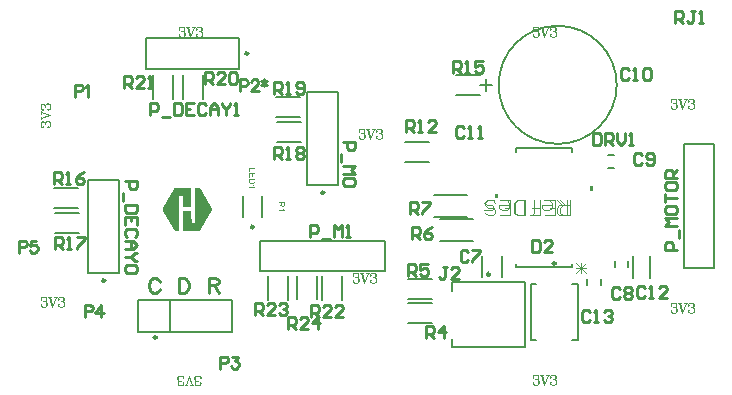
<source format=gbr>
G04*
G04 #@! TF.GenerationSoftware,Altium Limited,Altium Designer,25.8.1 (18)*
G04*
G04 Layer_Color=65535*
%FSLAX25Y25*%
%MOIN*%
G70*
G04*
G04 #@! TF.SameCoordinates,CA0B9550-AE98-4C71-85A6-844D78770B91*
G04*
G04*
G04 #@! TF.FilePolarity,Positive*
G04*
G01*
G75*
%ADD10C,0.00984*%
%ADD11C,0.00787*%
%ADD12C,0.00600*%
%ADD13C,0.01000*%
%ADD14C,0.00300*%
%ADD15C,0.00591*%
G36*
X75149Y5083D02*
X74149D01*
Y6583D01*
X75149D01*
Y5083D01*
D02*
G37*
G36*
X43349Y2524D02*
X42349D01*
Y4024D01*
X43349D01*
Y2524D01*
D02*
G37*
G36*
X-58777Y6080D02*
Y6020D01*
Y5960D01*
Y5900D01*
Y5840D01*
Y5780D01*
Y5720D01*
Y5660D01*
Y5600D01*
Y5540D01*
Y5480D01*
Y5420D01*
Y5360D01*
Y5300D01*
Y5240D01*
Y5180D01*
Y5120D01*
Y5060D01*
Y5000D01*
Y4940D01*
Y4880D01*
Y4820D01*
Y4760D01*
Y4700D01*
Y4640D01*
Y4580D01*
Y4520D01*
Y4460D01*
Y4400D01*
Y4340D01*
Y4280D01*
Y4220D01*
Y4160D01*
Y4100D01*
Y4040D01*
Y3980D01*
Y3920D01*
Y3860D01*
Y3800D01*
Y3740D01*
Y3680D01*
Y3620D01*
Y3560D01*
Y3500D01*
Y3440D01*
Y3380D01*
Y3320D01*
Y3260D01*
Y3200D01*
Y3140D01*
Y3080D01*
Y3020D01*
Y2960D01*
Y2900D01*
Y2840D01*
Y2780D01*
Y2720D01*
Y2660D01*
Y2600D01*
Y2540D01*
Y2480D01*
Y2420D01*
Y2360D01*
Y2300D01*
Y2240D01*
Y2180D01*
Y2120D01*
Y2060D01*
Y2000D01*
Y1940D01*
Y1880D01*
Y1820D01*
Y1760D01*
Y1700D01*
Y1640D01*
Y1580D01*
Y1520D01*
Y1460D01*
Y1400D01*
Y1340D01*
Y1280D01*
Y1220D01*
Y1160D01*
Y1100D01*
Y1040D01*
Y980D01*
Y920D01*
Y860D01*
Y800D01*
Y740D01*
Y680D01*
Y620D01*
Y560D01*
Y500D01*
Y440D01*
Y380D01*
Y320D01*
Y260D01*
Y200D01*
Y140D01*
Y80D01*
Y20D01*
Y-40D01*
Y-100D01*
Y-160D01*
Y-220D01*
Y-280D01*
Y-340D01*
Y-400D01*
X-61537D01*
Y-340D01*
X-61597D01*
Y-280D01*
Y-220D01*
Y-160D01*
Y-100D01*
Y-40D01*
Y20D01*
Y80D01*
Y140D01*
Y200D01*
Y260D01*
Y320D01*
Y380D01*
Y440D01*
Y500D01*
Y560D01*
Y620D01*
Y680D01*
Y740D01*
Y800D01*
Y860D01*
Y920D01*
Y980D01*
Y1040D01*
Y1100D01*
Y1160D01*
Y1220D01*
Y1280D01*
Y1340D01*
Y1400D01*
Y1460D01*
Y1520D01*
Y1580D01*
Y1640D01*
Y1700D01*
Y1760D01*
Y1820D01*
Y1880D01*
Y1940D01*
Y2000D01*
Y2060D01*
Y2120D01*
Y2180D01*
Y2240D01*
Y2300D01*
Y2360D01*
Y2420D01*
Y2480D01*
Y2540D01*
Y2600D01*
Y2660D01*
Y2720D01*
Y2780D01*
Y2840D01*
Y2900D01*
Y2960D01*
Y3020D01*
Y3080D01*
X-61657D01*
Y3140D01*
Y3200D01*
X-61717D01*
Y3260D01*
X-61777D01*
Y3320D01*
X-61837D01*
Y3380D01*
X-61957D01*
Y3440D01*
X-62197D01*
Y3500D01*
X-62257D01*
Y3440D01*
X-62497D01*
Y3380D01*
X-62617D01*
Y3320D01*
X-62677D01*
Y3260D01*
X-62737D01*
Y3200D01*
X-62797D01*
Y3140D01*
Y3080D01*
X-62857D01*
Y3020D01*
Y2960D01*
Y2900D01*
Y2840D01*
Y2780D01*
Y2720D01*
Y2660D01*
Y2600D01*
Y2540D01*
Y2480D01*
Y2420D01*
Y2360D01*
Y2300D01*
Y2240D01*
Y2180D01*
Y2120D01*
Y2060D01*
Y2000D01*
Y1940D01*
Y1880D01*
Y1820D01*
Y1760D01*
Y1700D01*
Y1640D01*
Y1580D01*
X-62917D01*
Y1520D01*
Y1460D01*
Y1400D01*
Y1340D01*
Y1280D01*
Y1220D01*
Y1160D01*
Y1100D01*
Y1040D01*
Y980D01*
Y920D01*
Y860D01*
Y800D01*
Y740D01*
Y680D01*
Y620D01*
Y560D01*
Y500D01*
Y440D01*
Y380D01*
Y320D01*
Y260D01*
Y200D01*
Y140D01*
Y80D01*
Y20D01*
Y-40D01*
Y-100D01*
Y-160D01*
Y-220D01*
Y-280D01*
Y-340D01*
Y-400D01*
Y-460D01*
Y-520D01*
Y-580D01*
Y-640D01*
Y-700D01*
Y-760D01*
Y-820D01*
Y-880D01*
Y-940D01*
Y-1000D01*
Y-1060D01*
Y-1120D01*
Y-1180D01*
Y-1240D01*
Y-1300D01*
Y-1360D01*
Y-1420D01*
Y-1480D01*
Y-1540D01*
Y-1600D01*
Y-1660D01*
Y-1720D01*
Y-1780D01*
Y-1840D01*
Y-1900D01*
Y-1960D01*
Y-2020D01*
Y-2080D01*
Y-2140D01*
X-62857D01*
Y-2200D01*
Y-2260D01*
Y-2320D01*
Y-2380D01*
Y-2440D01*
Y-2500D01*
Y-2560D01*
Y-2620D01*
Y-2680D01*
Y-2740D01*
Y-2800D01*
Y-2860D01*
Y-2920D01*
Y-2980D01*
Y-3040D01*
Y-3100D01*
Y-3160D01*
Y-3220D01*
Y-3280D01*
Y-3340D01*
Y-3400D01*
Y-3460D01*
Y-3520D01*
Y-3580D01*
Y-3640D01*
Y-3700D01*
Y-3760D01*
Y-3820D01*
Y-3880D01*
Y-3940D01*
Y-4000D01*
Y-4060D01*
Y-4120D01*
Y-4180D01*
Y-4240D01*
Y-4300D01*
Y-4360D01*
Y-4420D01*
Y-4480D01*
Y-4540D01*
Y-4600D01*
Y-4660D01*
Y-4720D01*
Y-4780D01*
Y-4840D01*
Y-4900D01*
Y-4960D01*
Y-5020D01*
Y-5080D01*
Y-5140D01*
Y-5200D01*
Y-5260D01*
Y-5320D01*
Y-5380D01*
Y-5440D01*
Y-5500D01*
Y-5560D01*
Y-5620D01*
Y-5680D01*
Y-5740D01*
Y-5800D01*
Y-5860D01*
Y-5920D01*
Y-5980D01*
Y-6040D01*
Y-6100D01*
Y-6160D01*
Y-6220D01*
Y-6280D01*
Y-6340D01*
Y-6400D01*
Y-6460D01*
Y-6520D01*
Y-6580D01*
Y-6640D01*
Y-6700D01*
Y-6760D01*
Y-6820D01*
Y-6880D01*
Y-6940D01*
Y-7000D01*
Y-7060D01*
Y-7120D01*
Y-7180D01*
Y-7240D01*
Y-7300D01*
Y-7360D01*
Y-7420D01*
Y-7480D01*
Y-7540D01*
Y-7600D01*
Y-7660D01*
Y-7720D01*
Y-7780D01*
Y-7840D01*
Y-7900D01*
Y-7960D01*
Y-8020D01*
Y-8080D01*
Y-8140D01*
Y-8200D01*
Y-8260D01*
Y-8320D01*
X-62917D01*
Y-8380D01*
X-63937D01*
Y-8320D01*
X-64177D01*
Y-8260D01*
X-64297D01*
Y-8200D01*
X-64357D01*
Y-8140D01*
X-64417D01*
Y-8080D01*
X-64537D01*
Y-8020D01*
Y-7960D01*
X-64597D01*
Y-7900D01*
X-64657D01*
Y-7840D01*
Y-7780D01*
X-64717D01*
Y-7720D01*
X-64777D01*
Y-7660D01*
Y-7600D01*
X-64837D01*
Y-7540D01*
Y-7480D01*
X-64897D01*
Y-7420D01*
Y-7360D01*
X-64957D01*
Y-7300D01*
X-65017D01*
Y-7240D01*
Y-7180D01*
X-65077D01*
Y-7120D01*
Y-7060D01*
X-65137D01*
Y-7000D01*
X-65197D01*
Y-6940D01*
Y-6880D01*
X-65257D01*
Y-6820D01*
Y-6760D01*
X-65317D01*
Y-6700D01*
Y-6640D01*
X-65377D01*
Y-6580D01*
X-65437D01*
Y-6520D01*
Y-6460D01*
X-65497D01*
Y-6400D01*
Y-6340D01*
X-65557D01*
Y-6280D01*
Y-6220D01*
X-65617D01*
Y-6160D01*
X-65677D01*
Y-6100D01*
Y-6040D01*
X-65737D01*
Y-5980D01*
Y-5920D01*
X-65797D01*
Y-5860D01*
Y-5800D01*
X-65857D01*
Y-5740D01*
X-65917D01*
Y-5680D01*
Y-5620D01*
X-65977D01*
Y-5560D01*
Y-5500D01*
X-66037D01*
Y-5440D01*
X-66097D01*
Y-5380D01*
Y-5320D01*
X-66157D01*
Y-5260D01*
Y-5200D01*
X-66217D01*
Y-5140D01*
Y-5080D01*
X-66277D01*
Y-5020D01*
X-66337D01*
Y-4960D01*
Y-4900D01*
X-66397D01*
Y-4840D01*
Y-4780D01*
X-66457D01*
Y-4720D01*
Y-4660D01*
X-66517D01*
Y-4600D01*
X-66577D01*
Y-4540D01*
Y-4480D01*
X-66637D01*
Y-4420D01*
Y-4360D01*
X-66697D01*
Y-4300D01*
Y-4240D01*
X-66757D01*
Y-4180D01*
X-66817D01*
Y-4120D01*
Y-4060D01*
X-66877D01*
Y-4000D01*
Y-3940D01*
X-66937D01*
Y-3880D01*
Y-3820D01*
X-66997D01*
Y-3760D01*
X-67057D01*
Y-3700D01*
Y-3640D01*
X-67117D01*
Y-3580D01*
Y-3520D01*
X-67177D01*
Y-3460D01*
Y-3400D01*
X-67237D01*
Y-3340D01*
X-67297D01*
Y-3280D01*
Y-3220D01*
X-67357D01*
Y-3160D01*
Y-3100D01*
X-67417D01*
Y-3040D01*
X-67477D01*
Y-2980D01*
Y-2920D01*
X-67537D01*
Y-2860D01*
Y-2800D01*
X-67597D01*
Y-2740D01*
Y-2680D01*
X-67657D01*
Y-2620D01*
X-67717D01*
Y-2560D01*
Y-2500D01*
X-67777D01*
Y-2440D01*
Y-2380D01*
X-67837D01*
Y-2320D01*
Y-2260D01*
X-67897D01*
Y-2200D01*
X-67957D01*
Y-2140D01*
Y-2080D01*
X-68017D01*
Y-2020D01*
Y-1960D01*
X-68077D01*
Y-1900D01*
Y-1840D01*
X-68137D01*
Y-1780D01*
X-68197D01*
Y-1720D01*
Y-1660D01*
X-68257D01*
Y-1600D01*
Y-1540D01*
X-68317D01*
Y-1480D01*
Y-1420D01*
X-68377D01*
Y-1360D01*
Y-1300D01*
Y-1240D01*
Y-1180D01*
Y-1120D01*
Y-1060D01*
Y-1000D01*
Y-940D01*
Y-880D01*
Y-820D01*
X-68317D01*
Y-760D01*
Y-700D01*
Y-640D01*
X-68257D01*
Y-580D01*
Y-520D01*
X-68197D01*
Y-460D01*
X-68137D01*
Y-400D01*
Y-340D01*
X-68077D01*
Y-280D01*
Y-220D01*
X-68017D01*
Y-160D01*
Y-100D01*
X-67957D01*
Y-40D01*
X-67897D01*
Y20D01*
Y80D01*
X-67837D01*
Y140D01*
Y200D01*
X-67777D01*
Y260D01*
X-67717D01*
Y320D01*
Y380D01*
X-67657D01*
Y440D01*
Y500D01*
X-67597D01*
Y560D01*
Y620D01*
X-67537D01*
Y680D01*
X-67477D01*
Y740D01*
Y800D01*
X-67417D01*
Y860D01*
Y920D01*
X-67357D01*
Y980D01*
Y1040D01*
X-67297D01*
Y1100D01*
X-67237D01*
Y1160D01*
Y1220D01*
X-67177D01*
Y1280D01*
X-67117D01*
Y1340D01*
Y1400D01*
X-67057D01*
Y1460D01*
Y1520D01*
X-66997D01*
Y1580D01*
Y1640D01*
X-66937D01*
Y1700D01*
X-66877D01*
Y1760D01*
Y1820D01*
X-66817D01*
Y1880D01*
Y1940D01*
X-66757D01*
Y2000D01*
Y2060D01*
X-66697D01*
Y2120D01*
X-66637D01*
Y2180D01*
Y2240D01*
X-66577D01*
Y2300D01*
Y2360D01*
X-66517D01*
Y2420D01*
Y2480D01*
X-66457D01*
Y2540D01*
X-66397D01*
Y2600D01*
Y2660D01*
X-66337D01*
Y2720D01*
Y2780D01*
X-66277D01*
Y2840D01*
X-66217D01*
Y2900D01*
Y2960D01*
X-66157D01*
Y3020D01*
Y3080D01*
X-66097D01*
Y3140D01*
Y3200D01*
X-66037D01*
Y3260D01*
X-65977D01*
Y3320D01*
Y3380D01*
X-65917D01*
Y3440D01*
Y3500D01*
X-65857D01*
Y3560D01*
Y3620D01*
X-65797D01*
Y3680D01*
X-65737D01*
Y3740D01*
Y3800D01*
X-65677D01*
Y3860D01*
Y3920D01*
X-65617D01*
Y3980D01*
Y4040D01*
X-65557D01*
Y4100D01*
X-65497D01*
Y4160D01*
Y4220D01*
X-65437D01*
Y4280D01*
Y4340D01*
X-65377D01*
Y4400D01*
X-65317D01*
Y4460D01*
Y4520D01*
X-65257D01*
Y4580D01*
Y4640D01*
X-65197D01*
Y4700D01*
Y4760D01*
X-65137D01*
Y4820D01*
X-65077D01*
Y4880D01*
Y4940D01*
X-65017D01*
Y5000D01*
Y5060D01*
X-64957D01*
Y5120D01*
Y5180D01*
X-64897D01*
Y5240D01*
X-64837D01*
Y5300D01*
Y5360D01*
X-64777D01*
Y5420D01*
Y5480D01*
X-64717D01*
Y5540D01*
Y5600D01*
X-64657D01*
Y5660D01*
X-64597D01*
Y5720D01*
Y5780D01*
X-64537D01*
Y5840D01*
X-64477D01*
Y5900D01*
X-64417D01*
Y5960D01*
X-64297D01*
Y6020D01*
X-64177D01*
Y6080D01*
X-64057D01*
Y6140D01*
X-58777D01*
Y6080D01*
D02*
G37*
G36*
X-56317D02*
X-56137D01*
Y6020D01*
X-56017D01*
Y5960D01*
X-55957D01*
Y5900D01*
X-55897D01*
Y5840D01*
X-55837D01*
Y5780D01*
X-55777D01*
Y5720D01*
X-55717D01*
Y5660D01*
X-55657D01*
Y5600D01*
Y5540D01*
X-55597D01*
Y5480D01*
Y5420D01*
X-55537D01*
Y5360D01*
Y5300D01*
X-55477D01*
Y5240D01*
X-55417D01*
Y5180D01*
Y5120D01*
X-55357D01*
Y5060D01*
Y5000D01*
X-55297D01*
Y4940D01*
X-55237D01*
Y4880D01*
Y4820D01*
X-55177D01*
Y4760D01*
Y4700D01*
X-55117D01*
Y4640D01*
Y4580D01*
X-55057D01*
Y4520D01*
X-54997D01*
Y4460D01*
Y4400D01*
X-54937D01*
Y4340D01*
Y4280D01*
X-54877D01*
Y4220D01*
Y4160D01*
X-54817D01*
Y4100D01*
X-54757D01*
Y4040D01*
Y3980D01*
X-54697D01*
Y3920D01*
Y3860D01*
X-54637D01*
Y3800D01*
Y3740D01*
X-54577D01*
Y3680D01*
X-54517D01*
Y3620D01*
Y3560D01*
X-54457D01*
Y3500D01*
Y3440D01*
X-54397D01*
Y3380D01*
X-54337D01*
Y3320D01*
Y3260D01*
X-54277D01*
Y3200D01*
Y3140D01*
X-54217D01*
Y3080D01*
Y3020D01*
X-54157D01*
Y2960D01*
X-54097D01*
Y2900D01*
Y2840D01*
X-54037D01*
Y2780D01*
Y2720D01*
X-53977D01*
Y2660D01*
Y2600D01*
X-53917D01*
Y2540D01*
X-53857D01*
Y2480D01*
Y2420D01*
X-53797D01*
Y2360D01*
Y2300D01*
X-53737D01*
Y2240D01*
Y2180D01*
X-53677D01*
Y2120D01*
X-53617D01*
Y2060D01*
Y2000D01*
X-53557D01*
Y1940D01*
Y1880D01*
X-53497D01*
Y1820D01*
X-53437D01*
Y1760D01*
Y1700D01*
X-53377D01*
Y1640D01*
Y1580D01*
X-53317D01*
Y1520D01*
Y1460D01*
X-53257D01*
Y1400D01*
X-53197D01*
Y1340D01*
Y1280D01*
X-53137D01*
Y1220D01*
Y1160D01*
X-53077D01*
Y1100D01*
Y1040D01*
X-53017D01*
Y980D01*
X-52957D01*
Y920D01*
Y860D01*
X-52897D01*
Y800D01*
Y740D01*
X-52837D01*
Y680D01*
Y620D01*
X-52777D01*
Y560D01*
X-52717D01*
Y500D01*
Y440D01*
X-52657D01*
Y380D01*
Y320D01*
X-52597D01*
Y260D01*
X-52537D01*
Y200D01*
Y140D01*
X-52477D01*
Y80D01*
Y20D01*
X-52417D01*
Y-40D01*
Y-100D01*
X-52357D01*
Y-160D01*
X-52297D01*
Y-220D01*
Y-280D01*
X-52237D01*
Y-340D01*
Y-400D01*
X-52177D01*
Y-460D01*
Y-520D01*
X-52117D01*
Y-580D01*
X-52057D01*
Y-640D01*
Y-700D01*
X-51997D01*
Y-760D01*
Y-820D01*
Y-880D01*
Y-940D01*
X-51937D01*
Y-1000D01*
Y-1060D01*
Y-1120D01*
Y-1180D01*
Y-1240D01*
X-51997D01*
Y-1300D01*
Y-1360D01*
Y-1420D01*
Y-1480D01*
X-52057D01*
Y-1540D01*
Y-1600D01*
X-52117D01*
Y-1660D01*
Y-1720D01*
X-52177D01*
Y-1780D01*
Y-1840D01*
X-52237D01*
Y-1900D01*
X-52297D01*
Y-1960D01*
Y-2020D01*
X-52357D01*
Y-2080D01*
Y-2140D01*
X-52417D01*
Y-2200D01*
X-52477D01*
Y-2260D01*
Y-2320D01*
X-52537D01*
Y-2380D01*
Y-2440D01*
X-52597D01*
Y-2500D01*
Y-2560D01*
X-52657D01*
Y-2620D01*
X-52717D01*
Y-2680D01*
Y-2740D01*
X-52777D01*
Y-2800D01*
Y-2860D01*
X-52837D01*
Y-2920D01*
Y-2980D01*
X-52897D01*
Y-3040D01*
X-52957D01*
Y-3100D01*
Y-3160D01*
X-53017D01*
Y-3220D01*
Y-3280D01*
X-53077D01*
Y-3340D01*
X-53137D01*
Y-3400D01*
Y-3460D01*
X-53197D01*
Y-3520D01*
Y-3580D01*
X-53257D01*
Y-3640D01*
Y-3700D01*
X-53317D01*
Y-3760D01*
X-53377D01*
Y-3820D01*
Y-3880D01*
X-53437D01*
Y-3940D01*
Y-4000D01*
X-53497D01*
Y-4060D01*
Y-4120D01*
X-53557D01*
Y-4180D01*
X-53617D01*
Y-4240D01*
Y-4300D01*
X-53677D01*
Y-4360D01*
Y-4420D01*
X-53737D01*
Y-4480D01*
X-53797D01*
Y-4540D01*
Y-4600D01*
X-53857D01*
Y-4660D01*
Y-4720D01*
X-53917D01*
Y-4780D01*
Y-4840D01*
X-53977D01*
Y-4900D01*
X-54037D01*
Y-4960D01*
Y-5020D01*
X-54097D01*
Y-5080D01*
Y-5140D01*
X-54157D01*
Y-5200D01*
Y-5260D01*
X-54217D01*
Y-5320D01*
Y-5380D01*
X-54277D01*
Y-5440D01*
Y-5500D01*
X-54337D01*
Y-5560D01*
X-54397D01*
Y-5620D01*
Y-5680D01*
X-54457D01*
Y-5740D01*
Y-5800D01*
X-54517D01*
Y-5860D01*
X-54577D01*
Y-5920D01*
Y-5980D01*
X-54637D01*
Y-6040D01*
Y-6100D01*
X-54697D01*
Y-6160D01*
Y-6220D01*
X-54757D01*
Y-6280D01*
X-54817D01*
Y-6340D01*
Y-6400D01*
X-54877D01*
Y-6460D01*
Y-6520D01*
X-54937D01*
Y-6580D01*
Y-6640D01*
X-54997D01*
Y-6700D01*
X-55057D01*
Y-6760D01*
Y-6820D01*
X-55117D01*
Y-6880D01*
Y-6940D01*
X-55177D01*
Y-7000D01*
Y-7060D01*
X-55237D01*
Y-7120D01*
X-55297D01*
Y-7180D01*
Y-7240D01*
X-55357D01*
Y-7300D01*
Y-7360D01*
X-55417D01*
Y-7420D01*
Y-7480D01*
X-55477D01*
Y-7540D01*
X-55537D01*
Y-7600D01*
Y-7660D01*
X-55597D01*
Y-7720D01*
Y-7780D01*
X-55657D01*
Y-7840D01*
X-55717D01*
Y-7900D01*
Y-7960D01*
X-55777D01*
Y-8020D01*
X-55837D01*
Y-8080D01*
X-55897D01*
Y-8140D01*
X-55957D01*
Y-8200D01*
X-56077D01*
Y-8260D01*
X-56197D01*
Y-8320D01*
X-56377D01*
Y-8380D01*
X-61537D01*
Y-8320D01*
X-61597D01*
Y-8260D01*
Y-8200D01*
Y-8140D01*
Y-8080D01*
Y-8020D01*
Y-7960D01*
Y-7900D01*
Y-7840D01*
Y-7780D01*
Y-7720D01*
Y-7660D01*
Y-7600D01*
Y-7540D01*
Y-7480D01*
Y-7420D01*
Y-7360D01*
Y-7300D01*
Y-7240D01*
Y-7180D01*
Y-7120D01*
Y-7060D01*
Y-7000D01*
Y-6940D01*
Y-6880D01*
Y-6820D01*
Y-6760D01*
Y-6700D01*
Y-6640D01*
Y-6580D01*
Y-6520D01*
Y-6460D01*
Y-6400D01*
Y-6340D01*
Y-6280D01*
Y-6220D01*
Y-6160D01*
Y-6100D01*
Y-6040D01*
Y-5980D01*
Y-5920D01*
Y-5860D01*
Y-5800D01*
Y-5740D01*
Y-5680D01*
Y-5620D01*
Y-5560D01*
Y-5500D01*
Y-5440D01*
Y-5380D01*
Y-5320D01*
Y-5260D01*
Y-5200D01*
Y-5140D01*
Y-5080D01*
Y-5020D01*
Y-4960D01*
Y-4900D01*
Y-4840D01*
Y-4780D01*
Y-4720D01*
Y-4660D01*
Y-4600D01*
Y-4540D01*
Y-4480D01*
Y-4420D01*
Y-4360D01*
Y-4300D01*
Y-4240D01*
Y-4180D01*
Y-4120D01*
Y-4060D01*
Y-4000D01*
Y-3940D01*
Y-3880D01*
Y-3820D01*
Y-3760D01*
Y-3700D01*
Y-3640D01*
Y-3580D01*
Y-3520D01*
Y-3460D01*
Y-3400D01*
Y-3340D01*
Y-3280D01*
Y-3220D01*
Y-3160D01*
Y-3100D01*
Y-3040D01*
Y-2980D01*
Y-2920D01*
Y-2860D01*
Y-2800D01*
Y-2740D01*
Y-2680D01*
Y-2620D01*
Y-2560D01*
Y-2500D01*
Y-2440D01*
Y-2380D01*
Y-2320D01*
Y-2260D01*
Y-2200D01*
Y-2140D01*
Y-2080D01*
Y-2020D01*
Y-1960D01*
Y-1900D01*
Y-1840D01*
X-61537D01*
Y-1780D01*
X-58777D01*
Y-1840D01*
Y-1900D01*
Y-1960D01*
Y-2020D01*
Y-2080D01*
Y-2140D01*
Y-2200D01*
Y-2260D01*
Y-2320D01*
Y-2380D01*
Y-2440D01*
Y-2500D01*
Y-2560D01*
Y-2620D01*
Y-2680D01*
Y-2740D01*
Y-2800D01*
Y-2860D01*
Y-2920D01*
Y-2980D01*
Y-3040D01*
Y-3100D01*
Y-3160D01*
Y-3220D01*
Y-3280D01*
Y-3340D01*
Y-3400D01*
Y-3460D01*
Y-3520D01*
Y-3580D01*
Y-3640D01*
Y-3700D01*
Y-3760D01*
Y-3820D01*
Y-3880D01*
Y-3940D01*
Y-4000D01*
Y-4060D01*
Y-4120D01*
Y-4180D01*
X-58717D01*
Y-4240D01*
Y-4300D01*
Y-4360D01*
Y-4420D01*
Y-4480D01*
Y-4540D01*
Y-4600D01*
Y-4660D01*
Y-4720D01*
Y-4780D01*
Y-4840D01*
Y-4900D01*
Y-4960D01*
Y-5020D01*
Y-5080D01*
Y-5140D01*
Y-5200D01*
Y-5260D01*
Y-5320D01*
X-58657D01*
Y-5380D01*
X-58597D01*
Y-5440D01*
Y-5500D01*
X-58477D01*
Y-5560D01*
X-58417D01*
Y-5620D01*
X-58237D01*
Y-5680D01*
X-57937D01*
Y-5620D01*
X-57817D01*
Y-5560D01*
X-57697D01*
Y-5500D01*
X-57637D01*
Y-5440D01*
X-57577D01*
Y-5380D01*
X-57517D01*
Y-5320D01*
Y-5260D01*
Y-5200D01*
X-57457D01*
Y-5140D01*
Y-5080D01*
Y-5020D01*
Y-4960D01*
Y-4900D01*
Y-4840D01*
Y-4780D01*
Y-4720D01*
Y-4660D01*
Y-4600D01*
Y-4540D01*
Y-4480D01*
Y-4420D01*
Y-4360D01*
Y-4300D01*
Y-4240D01*
Y-4180D01*
Y-4120D01*
Y-4060D01*
Y-4000D01*
Y-3940D01*
Y-3880D01*
Y-3820D01*
Y-3760D01*
Y-3700D01*
Y-3640D01*
Y-3580D01*
Y-3520D01*
Y-3460D01*
Y-3400D01*
Y-3340D01*
Y-3280D01*
Y-3220D01*
Y-3160D01*
Y-3100D01*
Y-3040D01*
Y-2980D01*
Y-2920D01*
Y-2860D01*
Y-2800D01*
Y-2740D01*
Y-2680D01*
Y-2620D01*
Y-2560D01*
Y-2500D01*
Y-2440D01*
Y-2380D01*
Y-2320D01*
Y-2260D01*
Y-2200D01*
Y-2140D01*
Y-2080D01*
Y-2020D01*
Y-1960D01*
Y-1900D01*
Y-1840D01*
Y-1780D01*
Y-1720D01*
Y-1660D01*
Y-1600D01*
Y-1540D01*
Y-1480D01*
Y-1420D01*
Y-1360D01*
Y-1300D01*
Y-1240D01*
Y-1180D01*
Y-1120D01*
Y-1060D01*
Y-1000D01*
Y-940D01*
Y-880D01*
Y-820D01*
Y-760D01*
Y-700D01*
Y-640D01*
Y-580D01*
Y-520D01*
Y-460D01*
Y-400D01*
Y-340D01*
Y-280D01*
Y-220D01*
Y-160D01*
Y-100D01*
Y-40D01*
Y20D01*
Y80D01*
Y140D01*
Y200D01*
Y260D01*
Y320D01*
Y380D01*
Y440D01*
Y500D01*
Y560D01*
Y620D01*
Y680D01*
Y740D01*
Y800D01*
Y860D01*
Y920D01*
Y980D01*
Y1040D01*
Y1100D01*
Y1160D01*
Y1220D01*
Y1280D01*
Y1340D01*
Y1400D01*
Y1460D01*
Y1520D01*
Y1580D01*
Y1640D01*
Y1700D01*
Y1760D01*
Y1820D01*
Y1880D01*
Y1940D01*
Y2000D01*
Y2060D01*
Y2120D01*
Y2180D01*
Y2240D01*
Y2300D01*
Y2360D01*
Y2420D01*
Y2480D01*
Y2540D01*
Y2600D01*
Y2660D01*
Y2720D01*
Y2780D01*
Y2840D01*
Y2900D01*
Y2960D01*
Y3020D01*
Y3080D01*
Y3140D01*
Y3200D01*
Y3260D01*
Y3320D01*
Y3380D01*
Y3440D01*
Y3500D01*
Y3560D01*
Y3620D01*
Y3680D01*
Y3740D01*
Y3800D01*
Y3860D01*
Y3920D01*
Y3980D01*
Y4040D01*
Y4100D01*
Y4160D01*
Y4220D01*
Y4280D01*
Y4340D01*
Y4400D01*
Y4460D01*
Y4520D01*
Y4580D01*
Y4640D01*
Y4700D01*
Y4760D01*
Y4820D01*
Y4880D01*
Y4940D01*
Y5000D01*
Y5060D01*
Y5120D01*
Y5180D01*
Y5240D01*
Y5300D01*
Y5360D01*
Y5420D01*
Y5480D01*
Y5540D01*
Y5600D01*
Y5660D01*
Y5720D01*
Y5780D01*
Y5840D01*
Y5900D01*
Y5960D01*
Y6020D01*
Y6080D01*
Y6140D01*
X-56317D01*
Y6080D01*
D02*
G37*
G36*
X-27713Y349D02*
X-27716Y325D01*
Y299D01*
X-27719Y237D01*
X-27728Y171D01*
X-27737Y100D01*
X-27752Y35D01*
X-27761Y3D01*
X-27770Y-24D01*
Y-27D01*
X-27773Y-30D01*
X-27782Y-48D01*
X-27793Y-74D01*
X-27814Y-107D01*
X-27841Y-142D01*
X-27876Y-181D01*
X-27918Y-216D01*
X-27965Y-252D01*
X-27968D01*
X-27971Y-255D01*
X-27989Y-267D01*
X-28018Y-279D01*
X-28057Y-296D01*
X-28101Y-311D01*
X-28155Y-326D01*
X-28211Y-335D01*
X-28273Y-338D01*
X-28276D01*
X-28282D01*
X-28294D01*
X-28308Y-335D01*
X-28329D01*
X-28350Y-332D01*
X-28400Y-320D01*
X-28459Y-302D01*
X-28521Y-279D01*
X-28584Y-243D01*
X-28613Y-219D01*
X-28643Y-196D01*
X-28646Y-193D01*
X-28649Y-190D01*
X-28658Y-181D01*
X-28666Y-169D01*
X-28678Y-154D01*
X-28690Y-137D01*
X-28705Y-113D01*
X-28723Y-89D01*
X-28738Y-59D01*
X-28752Y-27D01*
X-28770Y9D01*
X-28785Y47D01*
X-28797Y91D01*
X-28812Y136D01*
X-28820Y186D01*
X-28829Y239D01*
X-28832Y234D01*
X-28838Y222D01*
X-28850Y204D01*
X-28862Y180D01*
X-28894Y127D01*
X-28915Y100D01*
X-28933Y77D01*
X-28939Y71D01*
X-28954Y56D01*
X-28977Y32D01*
X-29007Y3D01*
X-29048Y-30D01*
X-29093Y-68D01*
X-29146Y-107D01*
X-29205Y-148D01*
X-29762Y-501D01*
Y-163D01*
X-29335Y106D01*
X-29333D01*
X-29327Y112D01*
X-29318Y118D01*
X-29306Y127D01*
X-29273Y148D01*
X-29232Y174D01*
X-29188Y207D01*
X-29140Y239D01*
X-29096Y272D01*
X-29054Y302D01*
X-29051Y305D01*
X-29039Y313D01*
X-29022Y328D01*
X-29001Y349D01*
X-28957Y393D01*
X-28936Y417D01*
X-28918Y441D01*
X-28915Y444D01*
X-28912Y450D01*
X-28906Y461D01*
X-28897Y479D01*
X-28888Y497D01*
X-28880Y518D01*
X-28865Y565D01*
Y568D01*
X-28862Y574D01*
Y586D01*
X-28859Y601D01*
X-28856Y621D01*
Y645D01*
X-28853Y678D01*
Y1027D01*
X-29762D01*
Y1299D01*
X-27713D01*
Y349D01*
D02*
G37*
G36*
X-28220Y-856D02*
X-28214Y-862D01*
X-28211Y-874D01*
X-28202Y-888D01*
X-28193Y-906D01*
X-28181Y-927D01*
X-28152Y-977D01*
X-28119Y-1036D01*
X-28078Y-1096D01*
X-28030Y-1158D01*
X-27980Y-1220D01*
X-27977Y-1223D01*
X-27974Y-1226D01*
X-27965Y-1235D01*
X-27956Y-1247D01*
X-27926Y-1273D01*
X-27891Y-1309D01*
X-27850Y-1344D01*
X-27802Y-1383D01*
X-27755Y-1415D01*
X-27705Y-1445D01*
Y-1608D01*
X-29762D01*
Y-1356D01*
X-28160D01*
X-28163Y-1353D01*
X-28175Y-1338D01*
X-28193Y-1321D01*
X-28214Y-1291D01*
X-28240Y-1258D01*
X-28270Y-1217D01*
X-28302Y-1170D01*
X-28335Y-1116D01*
Y-1113D01*
X-28338Y-1110D01*
X-28350Y-1093D01*
X-28365Y-1063D01*
X-28382Y-1027D01*
X-28403Y-986D01*
X-28424Y-942D01*
X-28444Y-897D01*
X-28462Y-853D01*
X-28220D01*
Y-856D01*
D02*
G37*
G36*
X-37523Y12295D02*
X-39329D01*
Y11286D01*
X-39572D01*
Y12567D01*
X-37523D01*
Y12295D01*
D02*
G37*
G36*
Y9477D02*
X-37766D01*
Y10688D01*
X-38390D01*
Y9554D01*
X-38633D01*
Y10688D01*
X-39329D01*
Y9430D01*
X-39572D01*
Y10960D01*
X-37523D01*
Y9477D01*
D02*
G37*
G36*
Y8267D02*
X-37526Y8213D01*
X-37529Y8154D01*
X-37535Y8095D01*
X-37544Y8036D01*
X-37553Y7986D01*
Y7982D01*
X-37556Y7977D01*
Y7968D01*
X-37562Y7956D01*
X-37571Y7923D01*
X-37585Y7882D01*
X-37606Y7835D01*
X-37633Y7784D01*
X-37662Y7734D01*
X-37701Y7687D01*
X-37704Y7683D01*
X-37707Y7681D01*
X-37716Y7672D01*
X-37725Y7660D01*
X-37754Y7630D01*
X-37795Y7595D01*
X-37846Y7556D01*
X-37905Y7515D01*
X-37973Y7476D01*
X-38050Y7444D01*
X-38053D01*
X-38059Y7441D01*
X-38071Y7435D01*
X-38089Y7432D01*
X-38109Y7423D01*
X-38133Y7417D01*
X-38160Y7411D01*
X-38192Y7402D01*
X-38225Y7393D01*
X-38263Y7388D01*
X-38346Y7373D01*
X-38438Y7364D01*
X-38539Y7361D01*
X-38541D01*
X-38547D01*
X-38562D01*
X-38577D01*
X-38598Y7364D01*
X-38621D01*
X-38678Y7367D01*
X-38743Y7376D01*
X-38811Y7385D01*
X-38882Y7399D01*
X-38953Y7417D01*
X-38956D01*
X-38962Y7420D01*
X-38971Y7423D01*
X-38982Y7426D01*
X-39015Y7438D01*
X-39057Y7456D01*
X-39104Y7473D01*
X-39151Y7497D01*
X-39202Y7527D01*
X-39249Y7556D01*
X-39255Y7559D01*
X-39270Y7571D01*
X-39290Y7589D01*
X-39317Y7613D01*
X-39347Y7639D01*
X-39376Y7672D01*
X-39409Y7704D01*
X-39435Y7743D01*
X-39438Y7749D01*
X-39447Y7761D01*
X-39459Y7781D01*
X-39474Y7811D01*
X-39492Y7846D01*
X-39506Y7888D01*
X-39524Y7935D01*
X-39539Y7988D01*
Y7994D01*
X-39542Y8003D01*
X-39545Y8012D01*
X-39548Y8042D01*
X-39554Y8083D01*
X-39560Y8130D01*
X-39566Y8187D01*
X-39569Y8249D01*
X-39572Y8317D01*
Y9054D01*
X-37523D01*
Y8267D01*
D02*
G37*
G36*
X-38029Y6896D02*
X-38023Y6890D01*
X-38021Y6878D01*
X-38012Y6864D01*
X-38003Y6846D01*
X-37991Y6825D01*
X-37961Y6775D01*
X-37929Y6716D01*
X-37887Y6656D01*
X-37840Y6594D01*
X-37790Y6532D01*
X-37787Y6529D01*
X-37784Y6526D01*
X-37775Y6517D01*
X-37766Y6505D01*
X-37736Y6479D01*
X-37701Y6443D01*
X-37659Y6408D01*
X-37612Y6369D01*
X-37565Y6337D01*
X-37514Y6307D01*
Y6144D01*
X-39572D01*
Y6396D01*
X-37970D01*
X-37973Y6399D01*
X-37985Y6414D01*
X-38003Y6431D01*
X-38023Y6461D01*
X-38050Y6494D01*
X-38080Y6535D01*
X-38112Y6582D01*
X-38145Y6636D01*
Y6639D01*
X-38148Y6642D01*
X-38160Y6659D01*
X-38174Y6689D01*
X-38192Y6724D01*
X-38213Y6766D01*
X-38234Y6810D01*
X-38254Y6855D01*
X-38272Y6899D01*
X-38029D01*
Y6896D01*
D02*
G37*
%LPC*%
G36*
X-27941Y1027D02*
X-28619D01*
Y417D01*
X-28616Y381D01*
X-28613Y340D01*
X-28610Y293D01*
X-28604Y245D01*
X-28596Y198D01*
X-28584Y157D01*
X-28581Y151D01*
X-28575Y139D01*
X-28566Y121D01*
X-28554Y97D01*
X-28536Y71D01*
X-28516Y44D01*
X-28489Y17D01*
X-28459Y-3D01*
X-28456Y-6D01*
X-28444Y-12D01*
X-28427Y-21D01*
X-28403Y-33D01*
X-28376Y-42D01*
X-28347Y-51D01*
X-28311Y-57D01*
X-28276Y-59D01*
X-28273D01*
X-28270D01*
X-28252Y-57D01*
X-28225Y-54D01*
X-28190Y-48D01*
X-28155Y-33D01*
X-28113Y-15D01*
X-28074Y12D01*
X-28036Y47D01*
X-28033Y53D01*
X-28021Y68D01*
X-28007Y91D01*
X-27989Y130D01*
X-27971Y174D01*
X-27956Y234D01*
X-27944Y302D01*
X-27941Y381D01*
Y1027D01*
D02*
G37*
G36*
X-37766Y8782D02*
X-39329D01*
Y8296D01*
X-39326Y8275D01*
X-39323Y8231D01*
X-39320Y8181D01*
X-39314Y8128D01*
X-39305Y8074D01*
X-39293Y8030D01*
X-39290Y8024D01*
X-39287Y8009D01*
X-39279Y7988D01*
X-39267Y7962D01*
X-39249Y7932D01*
X-39231Y7903D01*
X-39210Y7873D01*
X-39187Y7843D01*
X-39181Y7840D01*
X-39169Y7829D01*
X-39148Y7811D01*
X-39119Y7790D01*
X-39080Y7766D01*
X-39036Y7740D01*
X-38985Y7716D01*
X-38929Y7695D01*
X-38926D01*
X-38920Y7692D01*
X-38912Y7689D01*
X-38900Y7687D01*
X-38885Y7683D01*
X-38864Y7678D01*
X-38843Y7672D01*
X-38820Y7666D01*
X-38761Y7657D01*
X-38692Y7648D01*
X-38616Y7642D01*
X-38533Y7639D01*
X-38530D01*
X-38518D01*
X-38503D01*
X-38479Y7642D01*
X-38453D01*
X-38423Y7645D01*
X-38388Y7648D01*
X-38352Y7651D01*
X-38272Y7666D01*
X-38189Y7683D01*
X-38112Y7710D01*
X-38074Y7728D01*
X-38041Y7746D01*
X-38038D01*
X-38032Y7752D01*
X-38023Y7757D01*
X-38012Y7763D01*
X-37982Y7787D01*
X-37947Y7817D01*
X-37908Y7855D01*
X-37870Y7900D01*
X-37837Y7950D01*
X-37810Y8003D01*
X-37807Y8009D01*
X-37804Y8024D01*
X-37795Y8051D01*
X-37787Y8089D01*
X-37781Y8136D01*
X-37772Y8196D01*
X-37769Y8231D01*
Y8270D01*
X-37766Y8308D01*
Y8782D01*
D02*
G37*
%LPD*%
D10*
X-38051Y-6935D02*
G03*
X-38051Y-6935I-492J0D01*
G01*
X-87580Y-24836D02*
G03*
X-87580Y-24836I-492J0D01*
G01*
X40717Y-22775D02*
G03*
X40717Y-22775I-492J0D01*
G01*
X-39890Y50888D02*
G03*
X-39890Y50888I-492J0D01*
G01*
X-14484Y4446D02*
G03*
X-14484Y4446I-492J0D01*
G01*
X-70366Y-43801D02*
G03*
X-70366Y-43801I-492J0D01*
G01*
X62640Y-19154D02*
G03*
X62640Y-19154I-492J0D01*
G01*
D11*
X82960Y40397D02*
G03*
X82960Y40397I-19685J0D01*
G01*
X105273Y-20718D02*
Y20778D01*
Y-20718D02*
X115273Y-20718D01*
X115273Y20778D01*
X105273Y20778D02*
X115273Y20778D01*
X-55042Y35784D02*
Y43706D01*
X-61735Y35784D02*
Y43706D01*
X-35393Y-3687D02*
Y3399D01*
X-41693Y-3687D02*
Y3399D01*
X-93230Y-22218D02*
Y8766D01*
X-82915D01*
Y-22218D02*
Y8766D01*
X-93230Y-22218D02*
X-82915D01*
X-35786Y-21647D02*
Y-11647D01*
X5710D01*
Y-21647D02*
Y-11647D01*
X-35786Y-21647D02*
X5710D01*
X29508Y43570D02*
X37430D01*
X29508Y36877D02*
X37430D01*
X80132Y12722D02*
X82076D01*
X80132Y17077D02*
X82076D01*
X94115Y-24033D02*
Y-16552D01*
X88406Y-24033D02*
Y-16552D01*
X86808Y-20385D02*
Y-18441D01*
X82453Y-20385D02*
Y-18441D01*
X77854Y-26256D02*
Y-24311D01*
X73105Y-26256D02*
Y-24311D01*
X44711Y-23510D02*
Y-16621D01*
X38006Y-23531D02*
Y-16642D01*
X28020Y-47145D02*
Y-44263D01*
Y-28216D02*
Y-25334D01*
Y-47145D02*
X52430D01*
Y-25334D01*
X28020D02*
X52430D01*
X13308Y-24213D02*
X21230D01*
X13308Y-30906D02*
X21230D01*
X13308Y-39110D02*
X21230D01*
X13308Y-32417D02*
X21230D01*
X22023Y-3723D02*
X33079D01*
X22023Y3593D02*
X33079D01*
X24058Y-4476D02*
X35113D01*
X24058Y-11792D02*
X35113D01*
X-33287Y-31293D02*
Y-23371D01*
X-26594Y-31293D02*
Y-23371D01*
X-16829Y-31091D02*
Y-23169D01*
X-23522Y-31091D02*
Y-23169D01*
X-8478Y-31182D02*
Y-23260D01*
X-15170Y-31182D02*
Y-23260D01*
X-104584Y-525D02*
X-96662D01*
X-104584Y6168D02*
X-96662D01*
X-104183Y-9004D02*
X-96262D01*
X-104183Y-2311D02*
X-96262D01*
X-71653Y35612D02*
Y43534D01*
X-64960Y35612D02*
Y43534D01*
X-73984Y45731D02*
X-43000D01*
X-73984D02*
Y56046D01*
X-43000D01*
Y45731D02*
Y56046D01*
X-20134Y7064D02*
X-9819D01*
Y38048D01*
X-20134D02*
X-9819D01*
X-20134Y7064D02*
Y38048D01*
X-30452Y36296D02*
X-22530D01*
X-30452Y29603D02*
X-22530D01*
X-30347Y21295D02*
X-22425D01*
X-30347Y27988D02*
X-22425D01*
X-65858Y-41871D02*
Y-31360D01*
X-76606Y-41871D02*
Y-31360D01*
Y-41871D02*
X-45110D01*
Y-31360D01*
X-76606D02*
X-45110D01*
X69904Y-44745D02*
Y-26044D01*
X54392Y-44745D02*
X56223D01*
X68073D02*
X69904D01*
X54392D02*
Y-26044D01*
X56223D01*
X68073D02*
X69904D01*
X12450Y21229D02*
X20371D01*
X12450Y14536D02*
X20371D01*
D12*
X49399Y19235D02*
X68099D01*
X49399Y18079D02*
Y19235D01*
Y-20365D02*
X68099D01*
Y-19208D01*
Y18079D02*
Y19235D01*
X49399Y-20365D02*
Y-19208D01*
D13*
X103047Y-14703D02*
X99048D01*
Y-12704D01*
X99715Y-12037D01*
X101048D01*
X101714Y-12704D01*
Y-14703D01*
X103713Y-10705D02*
Y-8039D01*
X103047Y-6706D02*
X99048D01*
X100381Y-5373D01*
X99048Y-4040D01*
X103047D01*
X99048Y-708D02*
Y-2041D01*
X99715Y-2707D01*
X102381D01*
X103047Y-2041D01*
Y-708D01*
X102381Y-41D01*
X99715D01*
X99048Y-708D01*
Y1292D02*
Y3957D01*
Y2624D01*
X103047D01*
X99048Y7290D02*
Y5957D01*
X99715Y5290D01*
X102381D01*
X103047Y5957D01*
Y7290D01*
X102381Y7956D01*
X99715D01*
X99048Y7290D01*
X103047Y9289D02*
X99048D01*
Y11288D01*
X99715Y11955D01*
X101048D01*
X101714Y11288D01*
Y9289D01*
Y10622D02*
X103047Y11955D01*
X75162Y24300D02*
Y20301D01*
X77162D01*
X77828Y20968D01*
Y23634D01*
X77162Y24300D01*
X75162D01*
X79161Y20301D02*
Y24300D01*
X81160D01*
X81827Y23634D01*
Y22301D01*
X81160Y21634D01*
X79161D01*
X80494D02*
X81827Y20301D01*
X83160Y24300D02*
Y21634D01*
X84492Y20301D01*
X85825Y21634D01*
Y24300D01*
X87158Y20301D02*
X88491D01*
X87825D01*
Y24300D01*
X87158Y23634D01*
X-54150Y40666D02*
Y44664D01*
X-52150D01*
X-51484Y43998D01*
Y42665D01*
X-52150Y41998D01*
X-54150D01*
X-52817D02*
X-51484Y40666D01*
X-47485D02*
X-50151D01*
X-47485Y43331D01*
Y43998D01*
X-48151Y44664D01*
X-49484D01*
X-50151Y43998D01*
X-46152D02*
X-45486Y44664D01*
X-44153D01*
X-43486Y43998D01*
Y41332D01*
X-44153Y40666D01*
X-45486D01*
X-46152Y41332D01*
Y43998D01*
X-42593Y40120D02*
X-40879D01*
X-40308Y40311D01*
X-40117Y40501D01*
X-39927Y40882D01*
Y41453D01*
X-40117Y41834D01*
X-40308Y42025D01*
X-40879Y42215D01*
X-42593D01*
Y38216D01*
X-38842Y41263D02*
Y41453D01*
X-38651Y41834D01*
X-38461Y42025D01*
X-38080Y42215D01*
X-37318D01*
X-36937Y42025D01*
X-36747Y41834D01*
X-36556Y41453D01*
Y41073D01*
X-36747Y40692D01*
X-37128Y40120D01*
X-39032Y38216D01*
X-36366D01*
X-34519Y42215D02*
Y39930D01*
X-35471Y41644D02*
X-33566Y40501D01*
Y41644D02*
X-35471Y40501D01*
X-69429Y-25190D02*
X-69667Y-24714D01*
X-70144Y-24238D01*
X-70620Y-24000D01*
X-71572D01*
X-72048Y-24238D01*
X-72524Y-24714D01*
X-72762Y-25190D01*
X-73000Y-25904D01*
Y-27095D01*
X-72762Y-27809D01*
X-72524Y-28285D01*
X-72048Y-28761D01*
X-71572Y-28999D01*
X-70620D01*
X-70144Y-28761D01*
X-69667Y-28285D01*
X-69429Y-27809D01*
X-63000Y-24000D02*
Y-28999D01*
Y-24000D02*
X-61334D01*
X-60620Y-24238D01*
X-60144Y-24714D01*
X-59905Y-25190D01*
X-59667Y-25904D01*
Y-27095D01*
X-59905Y-27809D01*
X-60144Y-28285D01*
X-60620Y-28761D01*
X-61334Y-28999D01*
X-63000D01*
X-49164Y-52281D02*
X-47450D01*
X-46878Y-52090D01*
X-46688Y-51900D01*
X-46498Y-51519D01*
Y-50948D01*
X-46688Y-50567D01*
X-46878Y-50376D01*
X-47450Y-50186D01*
X-49164D01*
Y-54185D01*
X-45222Y-50186D02*
X-43127D01*
X-44269Y-51710D01*
X-43698D01*
X-43317Y-51900D01*
X-43127Y-52090D01*
X-42937Y-52662D01*
Y-53043D01*
X-43127Y-53614D01*
X-43508Y-53995D01*
X-44079Y-54185D01*
X-44650D01*
X-45222Y-53995D01*
X-45412Y-53804D01*
X-45603Y-53423D01*
X-53000Y-24000D02*
Y-28999D01*
Y-24000D02*
X-50858D01*
X-50143Y-24238D01*
X-49905Y-24476D01*
X-49667Y-24952D01*
Y-25428D01*
X-49905Y-25904D01*
X-50143Y-26142D01*
X-50858Y-26380D01*
X-53000D01*
X-51334D02*
X-49667Y-28999D01*
X-116294Y-13594D02*
X-114580D01*
X-114009Y-13403D01*
X-113818Y-13213D01*
X-113628Y-12832D01*
Y-12261D01*
X-113818Y-11880D01*
X-114009Y-11689D01*
X-114580Y-11499D01*
X-116294D01*
Y-15498D01*
X-110448Y-11499D02*
X-112352D01*
X-112542Y-13213D01*
X-112352Y-13022D01*
X-111781Y-12832D01*
X-111209D01*
X-110638Y-13022D01*
X-110257Y-13403D01*
X-110067Y-13975D01*
Y-14355D01*
X-110257Y-14927D01*
X-110638Y-15308D01*
X-111209Y-15498D01*
X-111781D01*
X-112352Y-15308D01*
X-112542Y-15117D01*
X-112733Y-14736D01*
X-94400Y-35095D02*
X-92686D01*
X-92115Y-34904D01*
X-91924Y-34714D01*
X-91734Y-34333D01*
Y-33762D01*
X-91924Y-33381D01*
X-92115Y-33190D01*
X-92686Y-33000D01*
X-94400D01*
Y-36999D01*
X-88934Y-33000D02*
X-90839Y-35666D01*
X-87982D01*
X-88934Y-33000D02*
Y-36999D01*
X-97716Y38336D02*
X-96002D01*
X-95430Y38527D01*
X-95240Y38717D01*
X-95050Y39098D01*
Y39669D01*
X-95240Y40050D01*
X-95430Y40240D01*
X-96002Y40431D01*
X-97716D01*
Y36432D01*
X-94155Y39669D02*
X-93774Y39860D01*
X-93202Y40431D01*
Y36432D01*
X26458Y-20162D02*
X25125D01*
X25791D01*
Y-23494D01*
X25125Y-24161D01*
X24458D01*
X23792Y-23494D01*
X30457Y-24161D02*
X27791D01*
X30457Y-21495D01*
Y-20828D01*
X29790Y-20162D01*
X28457D01*
X27791Y-20828D01*
X102485Y61046D02*
Y65045D01*
X104484D01*
X105151Y64379D01*
Y63046D01*
X104484Y62379D01*
X102485D01*
X103818D02*
X105151Y61046D01*
X109150Y65045D02*
X107817D01*
X108483D01*
Y61713D01*
X107817Y61046D01*
X107150D01*
X106484Y61713D01*
X110483Y61046D02*
X111816D01*
X111149D01*
Y65045D01*
X110483Y64379D01*
X-26551Y-40967D02*
Y-36969D01*
X-24552D01*
X-23885Y-37635D01*
Y-38968D01*
X-24552Y-39634D01*
X-26551D01*
X-25218D02*
X-23885Y-40967D01*
X-19887D02*
X-22552D01*
X-19887Y-38302D01*
Y-37635D01*
X-20553Y-36969D01*
X-21886D01*
X-22552Y-37635D01*
X-16554Y-40967D02*
Y-36969D01*
X-18554Y-38968D01*
X-15888D01*
X-37733Y-36401D02*
Y-32403D01*
X-35734D01*
X-35068Y-33069D01*
Y-34402D01*
X-35734Y-35068D01*
X-37733D01*
X-36400D02*
X-35068Y-36401D01*
X-31069D02*
X-33735D01*
X-31069Y-33735D01*
Y-33069D01*
X-31735Y-32403D01*
X-33068D01*
X-33735Y-33069D01*
X-29736D02*
X-29070Y-32403D01*
X-27737D01*
X-27070Y-33069D01*
Y-33735D01*
X-27737Y-34402D01*
X-28403D01*
X-27737D01*
X-27070Y-35068D01*
Y-35735D01*
X-27737Y-36401D01*
X-29070D01*
X-29736Y-35735D01*
X-18971Y-37019D02*
Y-33021D01*
X-16971D01*
X-16305Y-33687D01*
Y-35020D01*
X-16971Y-35686D01*
X-18971D01*
X-17638D02*
X-16305Y-37019D01*
X-12306D02*
X-14972D01*
X-12306Y-34354D01*
Y-33687D01*
X-12972Y-33021D01*
X-14305D01*
X-14972Y-33687D01*
X-8307Y-37019D02*
X-10973D01*
X-8307Y-34354D01*
Y-33687D01*
X-8974Y-33021D01*
X-10307D01*
X-10973Y-33687D01*
X-81391Y39195D02*
Y43194D01*
X-79392D01*
X-78725Y42527D01*
Y41194D01*
X-79392Y40528D01*
X-81391D01*
X-80058D02*
X-78725Y39195D01*
X-74727D02*
X-77393D01*
X-74727Y41861D01*
Y42527D01*
X-75393Y43194D01*
X-76726D01*
X-77393Y42527D01*
X-73394Y39195D02*
X-72061D01*
X-72727D01*
Y43194D01*
X-73394Y42527D01*
X-31135Y37247D02*
Y41246D01*
X-29136D01*
X-28469Y40579D01*
Y39246D01*
X-29136Y38580D01*
X-31135D01*
X-29802D02*
X-28469Y37247D01*
X-27137D02*
X-25804D01*
X-26470D01*
Y41246D01*
X-27137Y40579D01*
X-23804Y37914D02*
X-23138Y37247D01*
X-21805D01*
X-21138Y37914D01*
Y40579D01*
X-21805Y41246D01*
X-23138D01*
X-23804Y40579D01*
Y39913D01*
X-23138Y39246D01*
X-21138D01*
X-31197Y15744D02*
Y19743D01*
X-29197D01*
X-28531Y19076D01*
Y17743D01*
X-29197Y17077D01*
X-31197D01*
X-29864D02*
X-28531Y15744D01*
X-27198D02*
X-25865D01*
X-26532D01*
Y19743D01*
X-27198Y19076D01*
X-23866D02*
X-23200Y19743D01*
X-21867D01*
X-21200Y19076D01*
Y18410D01*
X-21867Y17743D01*
X-21200Y17077D01*
Y16410D01*
X-21867Y15744D01*
X-23200D01*
X-23866Y16410D01*
Y17077D01*
X-23200Y17743D01*
X-23866Y18410D01*
Y19076D01*
X-23200Y17743D02*
X-21867D01*
X-104396Y-14222D02*
Y-10223D01*
X-102397D01*
X-101730Y-10890D01*
Y-12223D01*
X-102397Y-12889D01*
X-104396D01*
X-103063D02*
X-101730Y-14222D01*
X-100397D02*
X-99064D01*
X-99731D01*
Y-10223D01*
X-100397Y-10890D01*
X-97065Y-10223D02*
X-94399D01*
Y-10890D01*
X-97065Y-13555D01*
Y-14222D01*
X-104547Y7203D02*
Y11202D01*
X-102548D01*
X-101881Y10536D01*
Y9203D01*
X-102548Y8536D01*
X-104547D01*
X-103214D02*
X-101881Y7203D01*
X-100548D02*
X-99215D01*
X-99882D01*
Y11202D01*
X-100548Y10536D01*
X-94550Y11202D02*
X-95883Y10536D01*
X-97216Y9203D01*
Y7870D01*
X-96549Y7203D01*
X-95217D01*
X-94550Y7870D01*
Y8536D01*
X-95217Y9203D01*
X-97216D01*
X28363Y44478D02*
Y48477D01*
X30362D01*
X31029Y47810D01*
Y46477D01*
X30362Y45811D01*
X28363D01*
X29696D02*
X31029Y44478D01*
X32362D02*
X33695D01*
X33028D01*
Y48477D01*
X32362Y47810D01*
X38360Y48477D02*
X35694D01*
Y46477D01*
X37027Y47144D01*
X37693D01*
X38360Y46477D01*
Y45144D01*
X37693Y44478D01*
X36360D01*
X35694Y45144D01*
X12700Y24600D02*
Y28598D01*
X14699D01*
X15366Y27932D01*
Y26599D01*
X14699Y25932D01*
X12700D01*
X14033D02*
X15366Y24600D01*
X16699D02*
X18032D01*
X17365D01*
Y28598D01*
X16699Y27932D01*
X22697Y24600D02*
X20031D01*
X22697Y27265D01*
Y27932D01*
X22030Y28598D01*
X20697D01*
X20031Y27932D01*
X14120Y-2668D02*
Y1331D01*
X16120D01*
X16786Y664D01*
Y-668D01*
X16120Y-1335D01*
X14120D01*
X15453D02*
X16786Y-2668D01*
X18119Y1331D02*
X20785D01*
Y664D01*
X18119Y-2001D01*
Y-2668D01*
X14773Y-10961D02*
Y-6963D01*
X16772D01*
X17439Y-7629D01*
Y-8962D01*
X16772Y-9629D01*
X14773D01*
X16106D02*
X17439Y-10961D01*
X21437Y-6963D02*
X20104Y-7629D01*
X18771Y-8962D01*
Y-10295D01*
X19438Y-10961D01*
X20771D01*
X21437Y-10295D01*
Y-9629D01*
X20771Y-8962D01*
X18771D01*
X13270Y-23175D02*
Y-19176D01*
X15270D01*
X15936Y-19843D01*
Y-21176D01*
X15270Y-21842D01*
X13270D01*
X14603D02*
X15936Y-23175D01*
X19935Y-19176D02*
X17269D01*
Y-21176D01*
X18602Y-20509D01*
X19268D01*
X19935Y-21176D01*
Y-22509D01*
X19268Y-23175D01*
X17936D01*
X17269Y-22509D01*
X19462Y-44078D02*
Y-40079D01*
X21461D01*
X22128Y-40745D01*
Y-42078D01*
X21461Y-42745D01*
X19462D01*
X20795D02*
X22128Y-44078D01*
X25460D02*
Y-40079D01*
X23460Y-42078D01*
X26126D01*
X-19391Y-10326D02*
Y-6327D01*
X-17392D01*
X-16725Y-6994D01*
Y-8327D01*
X-17392Y-8993D01*
X-19391D01*
X-15392Y-10992D02*
X-12727D01*
X-11394Y-10326D02*
Y-6327D01*
X-10061Y-7660D01*
X-8728Y-6327D01*
Y-10326D01*
X-7395D02*
X-6062D01*
X-6728D01*
Y-6327D01*
X-7395Y-6994D01*
X-8219Y21341D02*
X-4220D01*
Y19342D01*
X-4886Y18676D01*
X-6219D01*
X-6886Y19342D01*
Y21341D01*
X-8885Y17343D02*
Y14677D01*
X-8219Y13344D02*
X-4220D01*
X-5553Y12011D01*
X-4220Y10678D01*
X-8219D01*
X-4886Y9345D02*
X-4220Y8679D01*
Y7346D01*
X-4886Y6679D01*
X-7552D01*
X-8219Y7346D01*
Y8679D01*
X-7552Y9345D01*
X-4886D01*
X-72701Y30423D02*
Y34422D01*
X-70701D01*
X-70035Y33756D01*
Y32423D01*
X-70701Y31756D01*
X-72701D01*
X-68702Y29757D02*
X-66036D01*
X-64703Y34422D02*
Y30423D01*
X-62704D01*
X-62037Y31090D01*
Y33756D01*
X-62704Y34422D01*
X-64703D01*
X-58039D02*
X-60704D01*
Y30423D01*
X-58039D01*
X-60704Y32423D02*
X-59372D01*
X-54040Y33756D02*
X-54706Y34422D01*
X-56039D01*
X-56706Y33756D01*
Y31090D01*
X-56039Y30423D01*
X-54706D01*
X-54040Y31090D01*
X-52707Y30423D02*
Y33089D01*
X-51374Y34422D01*
X-50041Y33089D01*
Y30423D01*
Y32423D01*
X-52707D01*
X-48708Y34422D02*
Y33756D01*
X-47375Y32423D01*
X-46042Y33756D01*
Y34422D01*
X-47375Y32423D02*
Y30423D01*
X-44710D02*
X-43377D01*
X-44043D01*
Y34422D01*
X-44710Y33756D01*
X-81033Y8475D02*
X-77035D01*
Y6476D01*
X-77701Y5809D01*
X-79034D01*
X-79700Y6476D01*
Y8475D01*
X-81700Y4476D02*
Y1811D01*
X-77035Y477D02*
X-81033D01*
Y-1522D01*
X-80367Y-2188D01*
X-77701D01*
X-77035Y-1522D01*
Y477D01*
Y-6187D02*
Y-3521D01*
X-81033D01*
Y-6187D01*
X-79034Y-3521D02*
Y-4854D01*
X-77701Y-10186D02*
X-77035Y-9519D01*
Y-8186D01*
X-77701Y-7520D01*
X-80367D01*
X-81033Y-8186D01*
Y-9519D01*
X-80367Y-10186D01*
X-81033Y-11519D02*
X-78368D01*
X-77035Y-12852D01*
X-78368Y-14184D01*
X-81033D01*
X-79034D01*
Y-11519D01*
X-77035Y-15517D02*
X-77701D01*
X-79034Y-16850D01*
X-77701Y-18183D01*
X-77035D01*
X-79034Y-16850D02*
X-81033D01*
X-77701Y-19516D02*
X-77035Y-20182D01*
Y-21515D01*
X-77701Y-22182D01*
X-80367D01*
X-81033Y-21515D01*
Y-20182D01*
X-80367Y-19516D01*
X-77701D01*
X54600Y-11202D02*
Y-15201D01*
X56599D01*
X57266Y-14534D01*
Y-11868D01*
X56599Y-11202D01*
X54600D01*
X61264Y-15201D02*
X58599D01*
X61264Y-12535D01*
Y-11868D01*
X60598Y-11202D01*
X59265D01*
X58599Y-11868D01*
X73987Y-35468D02*
X73320Y-34802D01*
X71987D01*
X71321Y-35468D01*
Y-38134D01*
X71987Y-38800D01*
X73320D01*
X73987Y-38134D01*
X75320Y-38800D02*
X76653D01*
X75986D01*
Y-34802D01*
X75320Y-35468D01*
X78652D02*
X79318Y-34802D01*
X80651D01*
X81318Y-35468D01*
Y-36134D01*
X80651Y-36801D01*
X79985D01*
X80651D01*
X81318Y-37467D01*
Y-38134D01*
X80651Y-38800D01*
X79318D01*
X78652Y-38134D01*
X92382Y-27281D02*
X91716Y-26615D01*
X90383D01*
X89716Y-27281D01*
Y-29947D01*
X90383Y-30614D01*
X91716D01*
X92382Y-29947D01*
X93715Y-30614D02*
X95048D01*
X94382D01*
Y-26615D01*
X93715Y-27281D01*
X99713Y-30614D02*
X97047D01*
X99713Y-27948D01*
Y-27281D01*
X99047Y-26615D01*
X97714D01*
X97047Y-27281D01*
X32198Y25869D02*
X31531Y26535D01*
X30198D01*
X29532Y25869D01*
Y23203D01*
X30198Y22537D01*
X31531D01*
X32198Y23203D01*
X33531Y22537D02*
X34863D01*
X34197D01*
Y26535D01*
X33531Y25869D01*
X36863Y22537D02*
X38196D01*
X37529D01*
Y26535D01*
X36863Y25869D01*
X86993Y45460D02*
X86327Y46126D01*
X84994D01*
X84328Y45460D01*
Y42794D01*
X84994Y42127D01*
X86327D01*
X86993Y42794D01*
X88326Y42127D02*
X89659D01*
X88993D01*
Y46126D01*
X88326Y45460D01*
X91659D02*
X92325Y46126D01*
X93658D01*
X94324Y45460D01*
Y42794D01*
X93658Y42127D01*
X92325D01*
X91659Y42794D01*
Y45460D01*
X91234Y17142D02*
X90567Y17808D01*
X89235D01*
X88568Y17142D01*
Y14476D01*
X89235Y13810D01*
X90567D01*
X91234Y14476D01*
X92567D02*
X93233Y13810D01*
X94566D01*
X95232Y14476D01*
Y17142D01*
X94566Y17808D01*
X93233D01*
X92567Y17142D01*
Y16475D01*
X93233Y15809D01*
X95232D01*
X84032Y-27571D02*
X83366Y-26904D01*
X82033D01*
X81366Y-27571D01*
Y-30236D01*
X82033Y-30903D01*
X83366D01*
X84032Y-30236D01*
X85365Y-27571D02*
X86031Y-26904D01*
X87364D01*
X88031Y-27571D01*
Y-28237D01*
X87364Y-28903D01*
X88031Y-29570D01*
Y-30236D01*
X87364Y-30903D01*
X86031D01*
X85365Y-30236D01*
Y-29570D01*
X86031Y-28903D01*
X85365Y-28237D01*
Y-27571D01*
X86031Y-28903D02*
X87364D01*
X33558Y-15361D02*
X32891Y-14695D01*
X31558D01*
X30892Y-15361D01*
Y-18027D01*
X31558Y-18694D01*
X32891D01*
X33558Y-18027D01*
X34891Y-14695D02*
X37556D01*
Y-15361D01*
X34891Y-18027D01*
Y-18694D01*
D14*
X72624Y-22264D02*
X69292Y-18931D01*
X72624D02*
X69292Y-22264D01*
X72624Y-20598D02*
X69292D01*
X70958Y-18931D02*
Y-22264D01*
X66249Y1935D02*
Y-3063D01*
X63750D01*
X62917Y-2230D01*
Y-564D01*
X63750Y269D01*
X66249D01*
X64583D02*
X62917Y1935D01*
X58751D02*
X60417D01*
X61251Y1102D01*
Y-564D01*
X60417Y-1397D01*
X58751D01*
X57918Y-564D01*
Y269D01*
X61251D01*
X55419Y1935D02*
Y-2230D01*
Y-564D01*
X56252D01*
X54586D01*
X55419D01*
Y-2230D01*
X54586Y-3063D01*
X52087D02*
Y1935D01*
X49588D01*
X48755Y1102D01*
Y-2230D01*
X49588Y-3063D01*
X52087D01*
X44589Y1935D02*
X46255D01*
X47089Y1102D01*
Y-564D01*
X46255Y-1397D01*
X44589D01*
X43756Y-564D01*
Y269D01*
X47089D01*
X42090Y1935D02*
X39591D01*
X38758Y1102D01*
X39591Y269D01*
X41257D01*
X42090Y-564D01*
X41257Y-1397D01*
X38758D01*
X67499Y1935D02*
Y-3063D01*
X65000D01*
X64167Y-2230D01*
Y-564D01*
X65000Y269D01*
X67499D01*
X65833D02*
X64167Y1935D01*
X59168Y-3063D02*
X62501D01*
Y1935D01*
X59168D01*
X62501Y-564D02*
X60834D01*
X54170Y-3063D02*
X57502D01*
Y-564D01*
X55836D01*
X57502D01*
Y1935D01*
X52504Y-3063D02*
Y1935D01*
X50005D01*
X49172Y1102D01*
Y-2230D01*
X50005Y-3063D01*
X52504D01*
X44173D02*
X47505D01*
Y1935D01*
X44173D01*
X47505Y-564D02*
X45839D01*
X39175Y-2230D02*
X40008Y-3063D01*
X41674D01*
X42507Y-2230D01*
Y-1397D01*
X41674Y-564D01*
X40008D01*
X39175Y269D01*
Y1102D01*
X40008Y1935D01*
X41674D01*
X42507Y1102D01*
X101052Y-32909D02*
X101205Y-33062D01*
X101052Y-33214D01*
X100900Y-33062D01*
Y-32909D01*
X101052Y-32605D01*
X101205Y-32452D01*
X101662Y-32300D01*
X102271D01*
X102728Y-32452D01*
X102881Y-32757D01*
Y-33214D01*
X102728Y-33519D01*
X102271Y-33671D01*
X101814D01*
X102271Y-32300D02*
X102576Y-32452D01*
X102728Y-32757D01*
Y-33214D01*
X102576Y-33519D01*
X102271Y-33671D01*
X102576Y-33823D01*
X102881Y-34128D01*
X103033Y-34433D01*
Y-34890D01*
X102881Y-35195D01*
X102728Y-35347D01*
X102271Y-35499D01*
X101662D01*
X101205Y-35347D01*
X101052Y-35195D01*
X100900Y-34890D01*
Y-34738D01*
X101052Y-34585D01*
X101205Y-34738D01*
X101052Y-34890D01*
X102728Y-33976D02*
X102881Y-34433D01*
Y-34890D01*
X102728Y-35195D01*
X102576Y-35347D01*
X102271Y-35499D01*
X103810Y-32300D02*
X104876Y-35499D01*
X103962Y-32300D02*
X104876Y-35042D01*
X105943Y-32300D02*
X104876Y-35499D01*
X103505Y-32300D02*
X104419D01*
X105333D02*
X106247D01*
X106811Y-32909D02*
X106964Y-33062D01*
X106811Y-33214D01*
X106659Y-33062D01*
Y-32909D01*
X106811Y-32605D01*
X106964Y-32452D01*
X107421Y-32300D01*
X108030D01*
X108487Y-32452D01*
X108639Y-32757D01*
Y-33214D01*
X108487Y-33519D01*
X108030Y-33671D01*
X107573D01*
X108030Y-32300D02*
X108335Y-32452D01*
X108487Y-32757D01*
Y-33214D01*
X108335Y-33519D01*
X108030Y-33671D01*
X108335Y-33823D01*
X108639Y-34128D01*
X108792Y-34433D01*
Y-34890D01*
X108639Y-35195D01*
X108487Y-35347D01*
X108030Y-35499D01*
X107421D01*
X106964Y-35347D01*
X106811Y-35195D01*
X106659Y-34890D01*
Y-34738D01*
X106811Y-34585D01*
X106964Y-34738D01*
X106811Y-34890D01*
X108487Y-33976D02*
X108639Y-34433D01*
Y-34890D01*
X108487Y-35195D01*
X108335Y-35347D01*
X108030Y-35499D01*
X101052Y35091D02*
X101205Y34938D01*
X101052Y34786D01*
X100900Y34938D01*
Y35091D01*
X101052Y35395D01*
X101205Y35548D01*
X101662Y35700D01*
X102271D01*
X102728Y35548D01*
X102881Y35243D01*
Y34786D01*
X102728Y34481D01*
X102271Y34329D01*
X101814D01*
X102271Y35700D02*
X102576Y35548D01*
X102728Y35243D01*
Y34786D01*
X102576Y34481D01*
X102271Y34329D01*
X102576Y34176D01*
X102881Y33872D01*
X103033Y33567D01*
Y33110D01*
X102881Y32805D01*
X102728Y32653D01*
X102271Y32501D01*
X101662D01*
X101205Y32653D01*
X101052Y32805D01*
X100900Y33110D01*
Y33262D01*
X101052Y33415D01*
X101205Y33262D01*
X101052Y33110D01*
X102728Y34024D02*
X102881Y33567D01*
Y33110D01*
X102728Y32805D01*
X102576Y32653D01*
X102271Y32501D01*
X103810Y35700D02*
X104876Y32501D01*
X103962Y35700D02*
X104876Y32958D01*
X105943Y35700D02*
X104876Y32501D01*
X103505Y35700D02*
X104419D01*
X105333D02*
X106247D01*
X106811Y35091D02*
X106964Y34938D01*
X106811Y34786D01*
X106659Y34938D01*
Y35091D01*
X106811Y35395D01*
X106964Y35548D01*
X107421Y35700D01*
X108030D01*
X108487Y35548D01*
X108639Y35243D01*
Y34786D01*
X108487Y34481D01*
X108030Y34329D01*
X107573D01*
X108030Y35700D02*
X108335Y35548D01*
X108487Y35243D01*
Y34786D01*
X108335Y34481D01*
X108030Y34329D01*
X108335Y34176D01*
X108639Y33872D01*
X108792Y33567D01*
Y33110D01*
X108639Y32805D01*
X108487Y32653D01*
X108030Y32501D01*
X107421D01*
X106964Y32653D01*
X106811Y32805D01*
X106659Y33110D01*
Y33262D01*
X106811Y33415D01*
X106964Y33262D01*
X106811Y33110D01*
X108487Y34024D02*
X108639Y33567D01*
Y33110D01*
X108487Y32805D01*
X108335Y32653D01*
X108030Y32501D01*
X55052Y-56909D02*
X55205Y-57062D01*
X55052Y-57214D01*
X54900Y-57062D01*
Y-56909D01*
X55052Y-56605D01*
X55205Y-56452D01*
X55662Y-56300D01*
X56271D01*
X56728Y-56452D01*
X56880Y-56757D01*
Y-57214D01*
X56728Y-57519D01*
X56271Y-57671D01*
X55814D01*
X56271Y-56300D02*
X56576Y-56452D01*
X56728Y-56757D01*
Y-57214D01*
X56576Y-57519D01*
X56271Y-57671D01*
X56576Y-57823D01*
X56880Y-58128D01*
X57033Y-58433D01*
Y-58890D01*
X56880Y-59195D01*
X56728Y-59347D01*
X56271Y-59499D01*
X55662D01*
X55205Y-59347D01*
X55052Y-59195D01*
X54900Y-58890D01*
Y-58738D01*
X55052Y-58585D01*
X55205Y-58738D01*
X55052Y-58890D01*
X56728Y-57976D02*
X56880Y-58433D01*
Y-58890D01*
X56728Y-59195D01*
X56576Y-59347D01*
X56271Y-59499D01*
X57810Y-56300D02*
X58876Y-59499D01*
X57962Y-56300D02*
X58876Y-59042D01*
X59943Y-56300D02*
X58876Y-59499D01*
X57505Y-56300D02*
X58419D01*
X59333D02*
X60247D01*
X60811Y-56909D02*
X60963Y-57062D01*
X60811Y-57214D01*
X60659Y-57062D01*
Y-56909D01*
X60811Y-56605D01*
X60963Y-56452D01*
X61421Y-56300D01*
X62030D01*
X62487Y-56452D01*
X62639Y-56757D01*
Y-57214D01*
X62487Y-57519D01*
X62030Y-57671D01*
X61573D01*
X62030Y-56300D02*
X62335Y-56452D01*
X62487Y-56757D01*
Y-57214D01*
X62335Y-57519D01*
X62030Y-57671D01*
X62335Y-57823D01*
X62639Y-58128D01*
X62792Y-58433D01*
Y-58890D01*
X62639Y-59195D01*
X62487Y-59347D01*
X62030Y-59499D01*
X61421D01*
X60963Y-59347D01*
X60811Y-59195D01*
X60659Y-58890D01*
Y-58738D01*
X60811Y-58585D01*
X60963Y-58738D01*
X60811Y-58890D01*
X62487Y-57976D02*
X62639Y-58433D01*
Y-58890D01*
X62487Y-59195D01*
X62335Y-59347D01*
X62030Y-59499D01*
X55052Y59091D02*
X55205Y58938D01*
X55052Y58786D01*
X54900Y58938D01*
Y59091D01*
X55052Y59395D01*
X55205Y59548D01*
X55662Y59700D01*
X56271D01*
X56728Y59548D01*
X56880Y59243D01*
Y58786D01*
X56728Y58481D01*
X56271Y58329D01*
X55814D01*
X56271Y59700D02*
X56576Y59548D01*
X56728Y59243D01*
Y58786D01*
X56576Y58481D01*
X56271Y58329D01*
X56576Y58176D01*
X56880Y57872D01*
X57033Y57567D01*
Y57110D01*
X56880Y56805D01*
X56728Y56653D01*
X56271Y56501D01*
X55662D01*
X55205Y56653D01*
X55052Y56805D01*
X54900Y57110D01*
Y57262D01*
X55052Y57415D01*
X55205Y57262D01*
X55052Y57110D01*
X56728Y58024D02*
X56880Y57567D01*
Y57110D01*
X56728Y56805D01*
X56576Y56653D01*
X56271Y56501D01*
X57810Y59700D02*
X58876Y56501D01*
X57962Y59700D02*
X58876Y56958D01*
X59943Y59700D02*
X58876Y56501D01*
X57505Y59700D02*
X58419D01*
X59333D02*
X60247D01*
X60811Y59091D02*
X60963Y58938D01*
X60811Y58786D01*
X60659Y58938D01*
Y59091D01*
X60811Y59395D01*
X60963Y59548D01*
X61421Y59700D01*
X62030D01*
X62487Y59548D01*
X62639Y59243D01*
Y58786D01*
X62487Y58481D01*
X62030Y58329D01*
X61573D01*
X62030Y59700D02*
X62335Y59548D01*
X62487Y59243D01*
Y58786D01*
X62335Y58481D01*
X62030Y58329D01*
X62335Y58176D01*
X62639Y57872D01*
X62792Y57567D01*
Y57110D01*
X62639Y56805D01*
X62487Y56653D01*
X62030Y56501D01*
X61421D01*
X60963Y56653D01*
X60811Y56805D01*
X60659Y57110D01*
Y57262D01*
X60811Y57415D01*
X60963Y57262D01*
X60811Y57110D01*
X62487Y58024D02*
X62639Y57567D01*
Y57110D01*
X62487Y56805D01*
X62335Y56653D01*
X62030Y56501D01*
X-4948Y-22909D02*
X-4795Y-23062D01*
X-4948Y-23214D01*
X-5100Y-23062D01*
Y-22909D01*
X-4948Y-22605D01*
X-4795Y-22452D01*
X-4338Y-22300D01*
X-3729D01*
X-3272Y-22452D01*
X-3119Y-22757D01*
Y-23214D01*
X-3272Y-23519D01*
X-3729Y-23671D01*
X-4186D01*
X-3729Y-22300D02*
X-3424Y-22452D01*
X-3272Y-22757D01*
Y-23214D01*
X-3424Y-23519D01*
X-3729Y-23671D01*
X-3424Y-23823D01*
X-3119Y-24128D01*
X-2967Y-24433D01*
Y-24890D01*
X-3119Y-25195D01*
X-3272Y-25347D01*
X-3729Y-25499D01*
X-4338D01*
X-4795Y-25347D01*
X-4948Y-25195D01*
X-5100Y-24890D01*
Y-24738D01*
X-4948Y-24585D01*
X-4795Y-24738D01*
X-4948Y-24890D01*
X-3272Y-23976D02*
X-3119Y-24433D01*
Y-24890D01*
X-3272Y-25195D01*
X-3424Y-25347D01*
X-3729Y-25499D01*
X-2190Y-22300D02*
X-1124Y-25499D01*
X-2038Y-22300D02*
X-1124Y-25042D01*
X-57Y-22300D02*
X-1124Y-25499D01*
X-2495Y-22300D02*
X-1581D01*
X-667D02*
X247D01*
X811Y-22909D02*
X963Y-23062D01*
X811Y-23214D01*
X659Y-23062D01*
Y-22909D01*
X811Y-22605D01*
X963Y-22452D01*
X1421Y-22300D01*
X2030D01*
X2487Y-22452D01*
X2639Y-22757D01*
Y-23214D01*
X2487Y-23519D01*
X2030Y-23671D01*
X1573D01*
X2030Y-22300D02*
X2335Y-22452D01*
X2487Y-22757D01*
Y-23214D01*
X2335Y-23519D01*
X2030Y-23671D01*
X2335Y-23823D01*
X2639Y-24128D01*
X2792Y-24433D01*
Y-24890D01*
X2639Y-25195D01*
X2487Y-25347D01*
X2030Y-25499D01*
X1421D01*
X963Y-25347D01*
X811Y-25195D01*
X659Y-24890D01*
Y-24738D01*
X811Y-24585D01*
X963Y-24738D01*
X811Y-24890D01*
X2487Y-23976D02*
X2639Y-24433D01*
Y-24890D01*
X2487Y-25195D01*
X2335Y-25347D01*
X2030Y-25499D01*
X-2948Y25091D02*
X-2795Y24938D01*
X-2948Y24786D01*
X-3100Y24938D01*
Y25091D01*
X-2948Y25395D01*
X-2795Y25548D01*
X-2338Y25700D01*
X-1729D01*
X-1272Y25548D01*
X-1120Y25243D01*
Y24786D01*
X-1272Y24481D01*
X-1729Y24329D01*
X-2186D01*
X-1729Y25700D02*
X-1424Y25548D01*
X-1272Y25243D01*
Y24786D01*
X-1424Y24481D01*
X-1729Y24329D01*
X-1424Y24177D01*
X-1120Y23872D01*
X-967Y23567D01*
Y23110D01*
X-1120Y22805D01*
X-1272Y22653D01*
X-1729Y22501D01*
X-2338D01*
X-2795Y22653D01*
X-2948Y22805D01*
X-3100Y23110D01*
Y23262D01*
X-2948Y23415D01*
X-2795Y23262D01*
X-2948Y23110D01*
X-1272Y24024D02*
X-1120Y23567D01*
Y23110D01*
X-1272Y22805D01*
X-1424Y22653D01*
X-1729Y22501D01*
X-190Y25700D02*
X876Y22501D01*
X-38Y25700D02*
X876Y22958D01*
X1943Y25700D02*
X876Y22501D01*
X-495Y25700D02*
X419D01*
X1333D02*
X2247D01*
X2811Y25091D02*
X2963Y24938D01*
X2811Y24786D01*
X2659Y24938D01*
Y25091D01*
X2811Y25395D01*
X2963Y25548D01*
X3421Y25700D01*
X4030D01*
X4487Y25548D01*
X4639Y25243D01*
Y24786D01*
X4487Y24481D01*
X4030Y24329D01*
X3573D01*
X4030Y25700D02*
X4335Y25548D01*
X4487Y25243D01*
Y24786D01*
X4335Y24481D01*
X4030Y24329D01*
X4335Y24177D01*
X4639Y23872D01*
X4792Y23567D01*
Y23110D01*
X4639Y22805D01*
X4487Y22653D01*
X4030Y22501D01*
X3421D01*
X2963Y22653D01*
X2811Y22805D01*
X2659Y23110D01*
Y23262D01*
X2811Y23415D01*
X2963Y23262D01*
X2811Y23110D01*
X4487Y24024D02*
X4639Y23567D01*
Y23110D01*
X4487Y22805D01*
X4335Y22653D01*
X4030Y22501D01*
X-62948Y59091D02*
X-62795Y58938D01*
X-62948Y58786D01*
X-63100Y58938D01*
Y59091D01*
X-62948Y59395D01*
X-62795Y59548D01*
X-62338Y59700D01*
X-61729D01*
X-61272Y59548D01*
X-61120Y59243D01*
Y58786D01*
X-61272Y58481D01*
X-61729Y58329D01*
X-62186D01*
X-61729Y59700D02*
X-61424Y59548D01*
X-61272Y59243D01*
Y58786D01*
X-61424Y58481D01*
X-61729Y58329D01*
X-61424Y58176D01*
X-61120Y57872D01*
X-60967Y57567D01*
Y57110D01*
X-61120Y56805D01*
X-61272Y56653D01*
X-61729Y56501D01*
X-62338D01*
X-62795Y56653D01*
X-62948Y56805D01*
X-63100Y57110D01*
Y57262D01*
X-62948Y57415D01*
X-62795Y57262D01*
X-62948Y57110D01*
X-61272Y58024D02*
X-61120Y57567D01*
Y57110D01*
X-61272Y56805D01*
X-61424Y56653D01*
X-61729Y56501D01*
X-60190Y59700D02*
X-59124Y56501D01*
X-60038Y59700D02*
X-59124Y56958D01*
X-58057Y59700D02*
X-59124Y56501D01*
X-60495Y59700D02*
X-59581D01*
X-58667D02*
X-57753D01*
X-57189Y59091D02*
X-57037Y58938D01*
X-57189Y58786D01*
X-57341Y58938D01*
Y59091D01*
X-57189Y59395D01*
X-57037Y59548D01*
X-56580Y59700D01*
X-55970D01*
X-55513Y59548D01*
X-55361Y59243D01*
Y58786D01*
X-55513Y58481D01*
X-55970Y58329D01*
X-56427D01*
X-55970Y59700D02*
X-55665Y59548D01*
X-55513Y59243D01*
Y58786D01*
X-55665Y58481D01*
X-55970Y58329D01*
X-55665Y58176D01*
X-55361Y57872D01*
X-55208Y57567D01*
Y57110D01*
X-55361Y56805D01*
X-55513Y56653D01*
X-55970Y56501D01*
X-56580D01*
X-57037Y56653D01*
X-57189Y56805D01*
X-57341Y57110D01*
Y57262D01*
X-57189Y57415D01*
X-57037Y57262D01*
X-57189Y57110D01*
X-55513Y58024D02*
X-55361Y57567D01*
Y57110D01*
X-55513Y56805D01*
X-55665Y56653D01*
X-55970Y56501D01*
X-55852Y-59091D02*
X-56005Y-58938D01*
X-55852Y-58786D01*
X-55700Y-58938D01*
Y-59091D01*
X-55852Y-59395D01*
X-56005Y-59548D01*
X-56462Y-59700D01*
X-57071D01*
X-57528Y-59548D01*
X-57680Y-59243D01*
Y-58786D01*
X-57528Y-58481D01*
X-57071Y-58329D01*
X-56614D01*
X-57071Y-59700D02*
X-57376Y-59548D01*
X-57528Y-59243D01*
Y-58786D01*
X-57376Y-58481D01*
X-57071Y-58329D01*
X-57376Y-58176D01*
X-57680Y-57872D01*
X-57833Y-57567D01*
Y-57110D01*
X-57680Y-56805D01*
X-57528Y-56653D01*
X-57071Y-56501D01*
X-56462D01*
X-56005Y-56653D01*
X-55852Y-56805D01*
X-55700Y-57110D01*
Y-57262D01*
X-55852Y-57415D01*
X-56005Y-57262D01*
X-55852Y-57110D01*
X-57528Y-58024D02*
X-57680Y-57567D01*
Y-57110D01*
X-57528Y-56805D01*
X-57376Y-56653D01*
X-57071Y-56501D01*
X-58610Y-59700D02*
X-59676Y-56501D01*
X-58762Y-59700D02*
X-59676Y-56958D01*
X-60743Y-59700D02*
X-59676Y-56501D01*
X-58305Y-59700D02*
X-59219D01*
X-60133D02*
X-61047D01*
X-61611Y-59091D02*
X-61764Y-58938D01*
X-61611Y-58786D01*
X-61459Y-58938D01*
Y-59091D01*
X-61611Y-59395D01*
X-61764Y-59548D01*
X-62221Y-59700D01*
X-62830D01*
X-63287Y-59548D01*
X-63439Y-59243D01*
Y-58786D01*
X-63287Y-58481D01*
X-62830Y-58329D01*
X-62373D01*
X-62830Y-59700D02*
X-63135Y-59548D01*
X-63287Y-59243D01*
Y-58786D01*
X-63135Y-58481D01*
X-62830Y-58329D01*
X-63135Y-58176D01*
X-63439Y-57872D01*
X-63592Y-57567D01*
Y-57110D01*
X-63439Y-56805D01*
X-63287Y-56653D01*
X-62830Y-56501D01*
X-62221D01*
X-61764Y-56653D01*
X-61611Y-56805D01*
X-61459Y-57110D01*
Y-57262D01*
X-61611Y-57415D01*
X-61764Y-57262D01*
X-61611Y-57110D01*
X-63287Y-58024D02*
X-63439Y-57567D01*
Y-57110D01*
X-63287Y-56805D01*
X-63135Y-56653D01*
X-62830Y-56501D01*
X-108948Y-30909D02*
X-108795Y-31062D01*
X-108948Y-31214D01*
X-109100Y-31062D01*
Y-30909D01*
X-108948Y-30605D01*
X-108795Y-30452D01*
X-108338Y-30300D01*
X-107729D01*
X-107272Y-30452D01*
X-107120Y-30757D01*
Y-31214D01*
X-107272Y-31519D01*
X-107729Y-31671D01*
X-108186D01*
X-107729Y-30300D02*
X-107424Y-30452D01*
X-107272Y-30757D01*
Y-31214D01*
X-107424Y-31519D01*
X-107729Y-31671D01*
X-107424Y-31824D01*
X-107120Y-32128D01*
X-106967Y-32433D01*
Y-32890D01*
X-107120Y-33195D01*
X-107272Y-33347D01*
X-107729Y-33499D01*
X-108338D01*
X-108795Y-33347D01*
X-108948Y-33195D01*
X-109100Y-32890D01*
Y-32738D01*
X-108948Y-32585D01*
X-108795Y-32738D01*
X-108948Y-32890D01*
X-107272Y-31976D02*
X-107120Y-32433D01*
Y-32890D01*
X-107272Y-33195D01*
X-107424Y-33347D01*
X-107729Y-33499D01*
X-106190Y-30300D02*
X-105124Y-33499D01*
X-106038Y-30300D02*
X-105124Y-33042D01*
X-104057Y-30300D02*
X-105124Y-33499D01*
X-106495Y-30300D02*
X-105581D01*
X-104667D02*
X-103753D01*
X-103189Y-30909D02*
X-103036Y-31062D01*
X-103189Y-31214D01*
X-103341Y-31062D01*
Y-30909D01*
X-103189Y-30605D01*
X-103036Y-30452D01*
X-102579Y-30300D01*
X-101970D01*
X-101513Y-30452D01*
X-101361Y-30757D01*
Y-31214D01*
X-101513Y-31519D01*
X-101970Y-31671D01*
X-102427D01*
X-101970Y-30300D02*
X-101665Y-30452D01*
X-101513Y-30757D01*
Y-31214D01*
X-101665Y-31519D01*
X-101970Y-31671D01*
X-101665Y-31824D01*
X-101361Y-32128D01*
X-101208Y-32433D01*
Y-32890D01*
X-101361Y-33195D01*
X-101513Y-33347D01*
X-101970Y-33499D01*
X-102579D01*
X-103036Y-33347D01*
X-103189Y-33195D01*
X-103341Y-32890D01*
Y-32738D01*
X-103189Y-32585D01*
X-103036Y-32738D01*
X-103189Y-32890D01*
X-101513Y-31976D02*
X-101361Y-32433D01*
Y-32890D01*
X-101513Y-33195D01*
X-101665Y-33347D01*
X-101970Y-33499D01*
X-108491Y26452D02*
X-108338Y26605D01*
X-108186Y26452D01*
X-108338Y26300D01*
X-108491D01*
X-108795Y26452D01*
X-108948Y26605D01*
X-109100Y27062D01*
Y27671D01*
X-108948Y28128D01*
X-108643Y28280D01*
X-108186D01*
X-107881Y28128D01*
X-107729Y27671D01*
Y27214D01*
X-109100Y27671D02*
X-108948Y27976D01*
X-108643Y28128D01*
X-108186D01*
X-107881Y27976D01*
X-107729Y27671D01*
X-107577Y27976D01*
X-107272Y28280D01*
X-106967Y28433D01*
X-106510D01*
X-106205Y28280D01*
X-106053Y28128D01*
X-105901Y27671D01*
Y27062D01*
X-106053Y26605D01*
X-106205Y26452D01*
X-106510Y26300D01*
X-106662D01*
X-106815Y26452D01*
X-106662Y26605D01*
X-106510Y26452D01*
X-107424Y28128D02*
X-106967Y28280D01*
X-106510D01*
X-106205Y28128D01*
X-106053Y27976D01*
X-105901Y27671D01*
X-109100Y29210D02*
X-105901Y30276D01*
X-109100Y29362D02*
X-106358Y30276D01*
X-109100Y31343D02*
X-105901Y30276D01*
X-109100Y28905D02*
Y29819D01*
Y30733D02*
Y31647D01*
X-108491Y32211D02*
X-108338Y32364D01*
X-108186Y32211D01*
X-108338Y32059D01*
X-108491D01*
X-108795Y32211D01*
X-108948Y32364D01*
X-109100Y32820D01*
Y33430D01*
X-108948Y33887D01*
X-108643Y34039D01*
X-108186D01*
X-107881Y33887D01*
X-107729Y33430D01*
Y32973D01*
X-109100Y33430D02*
X-108948Y33735D01*
X-108643Y33887D01*
X-108186D01*
X-107881Y33735D01*
X-107729Y33430D01*
X-107577Y33735D01*
X-107272Y34039D01*
X-106967Y34192D01*
X-106510D01*
X-106205Y34039D01*
X-106053Y33887D01*
X-105901Y33430D01*
Y32820D01*
X-106053Y32364D01*
X-106205Y32211D01*
X-106510Y32059D01*
X-106662D01*
X-106815Y32211D01*
X-106662Y32364D01*
X-106510Y32211D01*
X-107424Y33887D02*
X-106967Y34039D01*
X-106510D01*
X-106205Y33887D01*
X-106053Y33735D01*
X-105901Y33430D01*
D15*
X37489Y40396D02*
X41425D01*
X39457Y42364D02*
Y38428D01*
M02*

</source>
